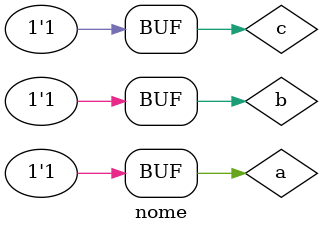
<source format=v>


module andGate( output s, input p, input q, input t );
	assign s = p & q & t;
endmodule // -- andGate

// ---------------------------------------------------------------
// -- teste and gate
// ---------------------------------------------------------------

module nome;
	// --------------------------------- dados locais
		reg a, b, c;
		wire s;
		
	// ------------------------------------ instancia
		andGate AND1(s, a, b, c);
		
	// ----------------------------------- preparacao
		initial begin: start
			a = 0;
			b = 0;
			c = 0;
		end
		
	// ------------------------------ parte principal
		initial begin
			$display("Exemplo0013 - Sad - 440265");
			$display("Teste AND gate com 3 entradas");
			$display("\na & b & c = s\n");
			$monitor("%b & %b & %b = %b", a, b, c, s);
			
			#1
			a = 0; b = 0; c = 0;
			#1
			a = 0; b = 0; c = 1;			
			#1
			a = 0; b = 1; c = 0;
			#1
			a = 0; b = 1; c = 1;
			#1
			a = 1; b = 0; c = 0;
			#1
			a = 1; b = 0; c = 1;
			#1
			a = 1; b = 1; c = 0;
			#1
			a = 1; b = 1; c = 1;			
		end
			
endmodule // -- nome

// -- FIM DO PROGRAMA
			 
</source>
